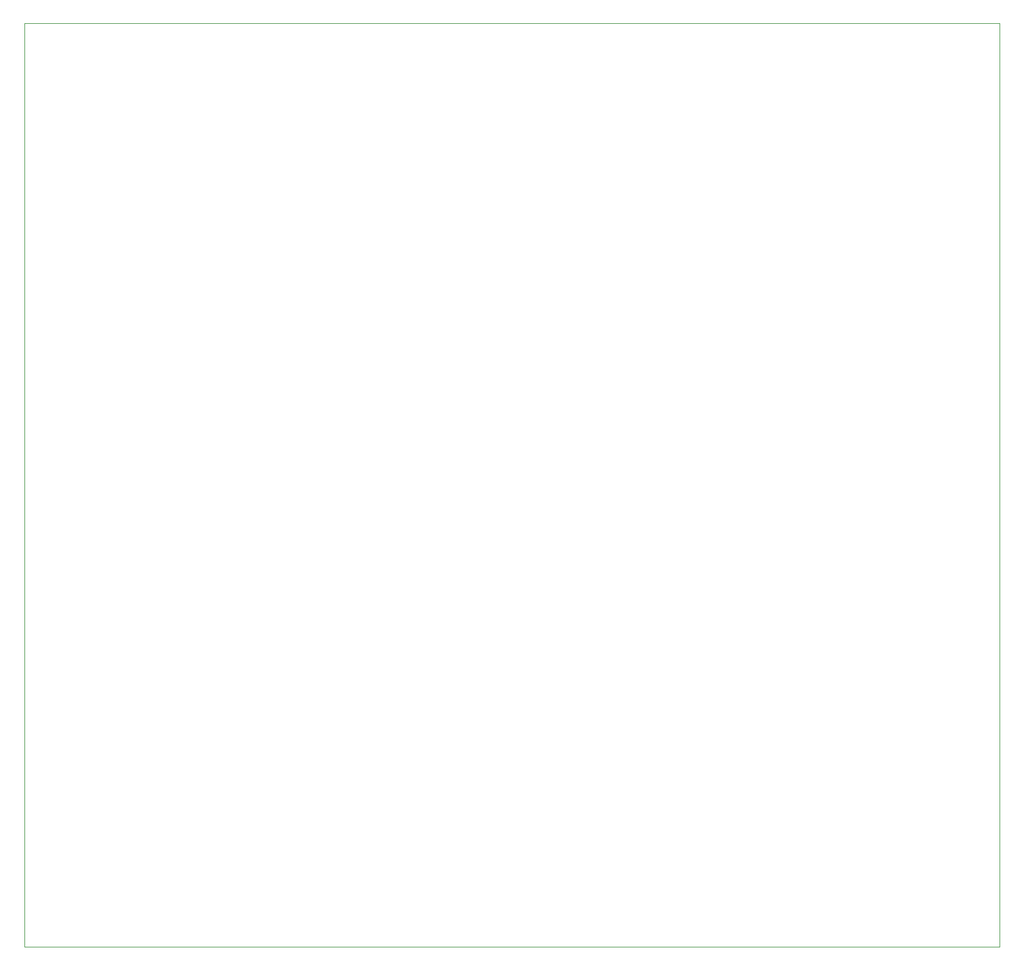
<source format=gbp>
G04 #@! TF.GenerationSoftware,KiCad,Pcbnew,(6.0.1)*
G04 #@! TF.CreationDate,2022-09-12T17:21:21+02:00*
G04 #@! TF.ProjectId,Output-mixer,4f757470-7574-42d6-9d69-7865722e6b69,rev?*
G04 #@! TF.SameCoordinates,Original*
G04 #@! TF.FileFunction,Paste,Bot*
G04 #@! TF.FilePolarity,Positive*
%FSLAX46Y46*%
G04 Gerber Fmt 4.6, Leading zero omitted, Abs format (unit mm)*
G04 Created by KiCad (PCBNEW (6.0.1)) date 2022-09-12 17:21:21*
%MOMM*%
%LPD*%
G01*
G04 APERTURE LIST*
G04 #@! TA.AperFunction,Profile*
%ADD10C,0.050000*%
G04 #@! TD*
G04 APERTURE END LIST*
D10*
X33625000Y-34550000D02*
X33625000Y-162550000D01*
X33625000Y-34550000D02*
X168625000Y-34550000D01*
X168625000Y-34550000D02*
X168625000Y-162550000D01*
X168625000Y-162550000D02*
X33625000Y-162550000D01*
M02*

</source>
